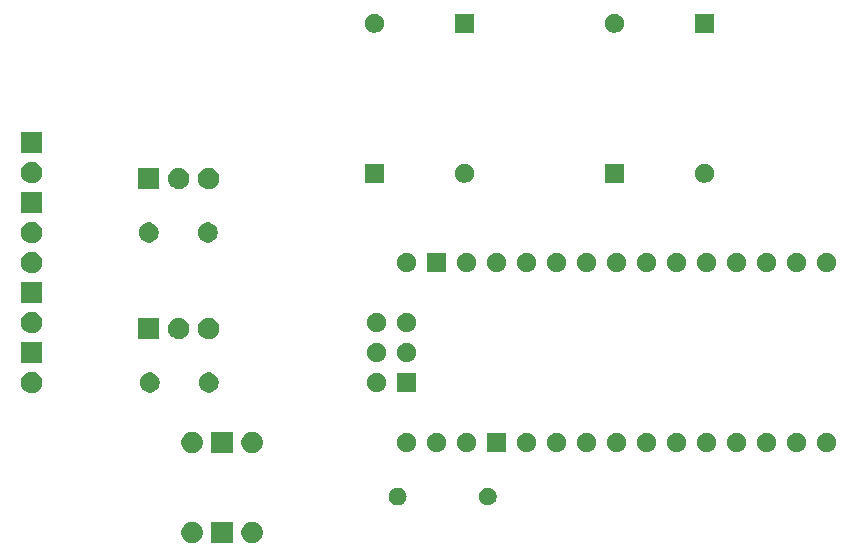
<source format=gbr>
G04 #@! TF.GenerationSoftware,KiCad,Pcbnew,(5.0.2)-1*
G04 #@! TF.CreationDate,2019-04-12T09:41:04-04:00*
G04 #@! TF.ProjectId,CAT Controller,43415420-436f-46e7-9472-6f6c6c65722e,rev?*
G04 #@! TF.SameCoordinates,Original*
G04 #@! TF.FileFunction,Soldermask,Bot*
G04 #@! TF.FilePolarity,Negative*
%FSLAX46Y46*%
G04 Gerber Fmt 4.6, Leading zero omitted, Abs format (unit mm)*
G04 Created by KiCad (PCBNEW (5.0.2)-1) date 4/12/2019 9:41:04 AM*
%MOMM*%
%LPD*%
G01*
G04 APERTURE LIST*
%ADD10C,0.100000*%
G04 APERTURE END LIST*
D10*
G36*
X79833993Y-74051206D02*
X79892075Y-74062759D01*
X79940149Y-74082672D01*
X80056210Y-74130746D01*
X80203931Y-74229450D01*
X80329550Y-74355069D01*
X80428254Y-74502790D01*
X80496241Y-74666926D01*
X80530900Y-74841169D01*
X80530900Y-75018831D01*
X80496241Y-75193074D01*
X80428254Y-75357210D01*
X80329550Y-75504931D01*
X80203931Y-75630550D01*
X80056210Y-75729254D01*
X79940149Y-75777328D01*
X79892075Y-75797241D01*
X79833993Y-75808794D01*
X79717831Y-75831900D01*
X79540169Y-75831900D01*
X79424007Y-75808794D01*
X79365925Y-75797241D01*
X79317851Y-75777328D01*
X79201790Y-75729254D01*
X79054069Y-75630550D01*
X78928450Y-75504931D01*
X78829746Y-75357210D01*
X78761759Y-75193074D01*
X78727100Y-75018831D01*
X78727100Y-74841169D01*
X78761759Y-74666926D01*
X78829746Y-74502790D01*
X78928450Y-74355069D01*
X79054069Y-74229450D01*
X79201790Y-74130746D01*
X79317851Y-74082672D01*
X79365925Y-74062759D01*
X79424007Y-74051206D01*
X79540169Y-74028100D01*
X79717831Y-74028100D01*
X79833993Y-74051206D01*
X79833993Y-74051206D01*
G37*
G36*
X77990900Y-75831900D02*
X76187100Y-75831900D01*
X76187100Y-74028100D01*
X77990900Y-74028100D01*
X77990900Y-75831900D01*
X77990900Y-75831900D01*
G37*
G36*
X74753993Y-74051206D02*
X74812075Y-74062759D01*
X74860149Y-74082672D01*
X74976210Y-74130746D01*
X75123931Y-74229450D01*
X75249550Y-74355069D01*
X75348254Y-74502790D01*
X75416241Y-74666926D01*
X75450900Y-74841169D01*
X75450900Y-75018831D01*
X75416241Y-75193074D01*
X75348254Y-75357210D01*
X75249550Y-75504931D01*
X75123931Y-75630550D01*
X74976210Y-75729254D01*
X74860149Y-75777328D01*
X74812075Y-75797241D01*
X74753993Y-75808794D01*
X74637831Y-75831900D01*
X74460169Y-75831900D01*
X74344007Y-75808794D01*
X74285925Y-75797241D01*
X74237851Y-75777328D01*
X74121790Y-75729254D01*
X73974069Y-75630550D01*
X73848450Y-75504931D01*
X73749746Y-75357210D01*
X73681759Y-75193074D01*
X73647100Y-75018831D01*
X73647100Y-74841169D01*
X73681759Y-74666926D01*
X73749746Y-74502790D01*
X73848450Y-74355069D01*
X73974069Y-74229450D01*
X74121790Y-74130746D01*
X74237851Y-74082672D01*
X74285925Y-74062759D01*
X74344007Y-74051206D01*
X74460169Y-74028100D01*
X74637831Y-74028100D01*
X74753993Y-74051206D01*
X74753993Y-74051206D01*
G37*
G36*
X92021665Y-71134622D02*
X92095222Y-71141867D01*
X92236786Y-71184810D01*
X92367252Y-71254546D01*
X92481606Y-71348394D01*
X92575454Y-71462748D01*
X92645190Y-71593214D01*
X92688133Y-71734778D01*
X92702633Y-71882000D01*
X92688133Y-72029222D01*
X92645190Y-72170786D01*
X92575454Y-72301252D01*
X92481606Y-72415606D01*
X92367252Y-72509454D01*
X92236786Y-72579190D01*
X92095222Y-72622133D01*
X92021665Y-72629378D01*
X91984888Y-72633000D01*
X91911112Y-72633000D01*
X91874335Y-72629378D01*
X91800778Y-72622133D01*
X91659214Y-72579190D01*
X91528748Y-72509454D01*
X91414394Y-72415606D01*
X91320546Y-72301252D01*
X91250810Y-72170786D01*
X91207867Y-72029222D01*
X91193367Y-71882000D01*
X91207867Y-71734778D01*
X91250810Y-71593214D01*
X91320546Y-71462748D01*
X91414394Y-71348394D01*
X91528748Y-71254546D01*
X91659214Y-71184810D01*
X91800778Y-71141867D01*
X91874335Y-71134622D01*
X91911112Y-71131000D01*
X91984888Y-71131000D01*
X92021665Y-71134622D01*
X92021665Y-71134622D01*
G37*
G36*
X99696600Y-71141867D02*
X99787059Y-71159860D01*
X99923732Y-71216472D01*
X99980715Y-71254547D01*
X100046738Y-71298662D01*
X100151338Y-71403262D01*
X100151340Y-71403265D01*
X100233528Y-71526268D01*
X100290140Y-71662941D01*
X100319000Y-71808033D01*
X100319000Y-71955967D01*
X100290140Y-72101059D01*
X100233528Y-72237732D01*
X100152446Y-72359079D01*
X100151338Y-72360738D01*
X100046738Y-72465338D01*
X100046735Y-72465340D01*
X99923732Y-72547528D01*
X99787059Y-72604140D01*
X99700004Y-72621456D01*
X99641969Y-72633000D01*
X99494031Y-72633000D01*
X99435996Y-72621456D01*
X99348941Y-72604140D01*
X99212268Y-72547528D01*
X99089265Y-72465340D01*
X99089262Y-72465338D01*
X98984662Y-72360738D01*
X98983554Y-72359079D01*
X98902472Y-72237732D01*
X98845860Y-72101059D01*
X98817000Y-71955967D01*
X98817000Y-71808033D01*
X98845860Y-71662941D01*
X98902472Y-71526268D01*
X98984660Y-71403265D01*
X98984662Y-71403262D01*
X99089262Y-71298662D01*
X99155285Y-71254547D01*
X99212268Y-71216472D01*
X99348941Y-71159860D01*
X99439400Y-71141867D01*
X99494031Y-71131000D01*
X99641969Y-71131000D01*
X99696600Y-71141867D01*
X99696600Y-71141867D01*
G37*
G36*
X79833993Y-66431206D02*
X79892075Y-66442759D01*
X79940149Y-66462672D01*
X80056210Y-66510746D01*
X80203931Y-66609450D01*
X80329550Y-66735069D01*
X80428254Y-66882790D01*
X80496241Y-67046926D01*
X80530900Y-67221169D01*
X80530900Y-67398831D01*
X80496241Y-67573074D01*
X80428254Y-67737210D01*
X80329550Y-67884931D01*
X80203931Y-68010550D01*
X80056210Y-68109254D01*
X79940149Y-68157328D01*
X79892075Y-68177241D01*
X79833993Y-68188794D01*
X79717831Y-68211900D01*
X79540169Y-68211900D01*
X79424007Y-68188794D01*
X79365925Y-68177241D01*
X79317851Y-68157328D01*
X79201790Y-68109254D01*
X79054069Y-68010550D01*
X78928450Y-67884931D01*
X78829746Y-67737210D01*
X78761759Y-67573074D01*
X78727100Y-67398831D01*
X78727100Y-67221169D01*
X78761759Y-67046926D01*
X78829746Y-66882790D01*
X78928450Y-66735069D01*
X79054069Y-66609450D01*
X79201790Y-66510746D01*
X79317851Y-66462672D01*
X79365925Y-66442759D01*
X79424007Y-66431206D01*
X79540169Y-66408100D01*
X79717831Y-66408100D01*
X79833993Y-66431206D01*
X79833993Y-66431206D01*
G37*
G36*
X74753993Y-66431206D02*
X74812075Y-66442759D01*
X74860149Y-66462672D01*
X74976210Y-66510746D01*
X75123931Y-66609450D01*
X75249550Y-66735069D01*
X75348254Y-66882790D01*
X75416241Y-67046926D01*
X75450900Y-67221169D01*
X75450900Y-67398831D01*
X75416241Y-67573074D01*
X75348254Y-67737210D01*
X75249550Y-67884931D01*
X75123931Y-68010550D01*
X74976210Y-68109254D01*
X74860149Y-68157328D01*
X74812075Y-68177241D01*
X74753993Y-68188794D01*
X74637831Y-68211900D01*
X74460169Y-68211900D01*
X74344007Y-68188794D01*
X74285925Y-68177241D01*
X74237851Y-68157328D01*
X74121790Y-68109254D01*
X73974069Y-68010550D01*
X73848450Y-67884931D01*
X73749746Y-67737210D01*
X73681759Y-67573074D01*
X73647100Y-67398831D01*
X73647100Y-67221169D01*
X73681759Y-67046926D01*
X73749746Y-66882790D01*
X73848450Y-66735069D01*
X73974069Y-66609450D01*
X74121790Y-66510746D01*
X74237851Y-66462672D01*
X74285925Y-66442759D01*
X74344007Y-66431206D01*
X74460169Y-66408100D01*
X74637831Y-66408100D01*
X74753993Y-66431206D01*
X74753993Y-66431206D01*
G37*
G36*
X77990900Y-68211900D02*
X76187100Y-68211900D01*
X76187100Y-66408100D01*
X77990900Y-66408100D01*
X77990900Y-68211900D01*
X77990900Y-68211900D01*
G37*
G36*
X120887142Y-66528242D02*
X121035102Y-66589530D01*
X121168258Y-66678502D01*
X121281498Y-66791742D01*
X121370470Y-66924898D01*
X121431758Y-67072858D01*
X121463000Y-67229925D01*
X121463000Y-67390075D01*
X121431758Y-67547142D01*
X121370470Y-67695102D01*
X121281498Y-67828258D01*
X121168258Y-67941498D01*
X121035102Y-68030470D01*
X120887142Y-68091758D01*
X120730075Y-68123000D01*
X120569925Y-68123000D01*
X120412858Y-68091758D01*
X120264898Y-68030470D01*
X120131742Y-67941498D01*
X120018502Y-67828258D01*
X119929530Y-67695102D01*
X119868242Y-67547142D01*
X119837000Y-67390075D01*
X119837000Y-67229925D01*
X119868242Y-67072858D01*
X119929530Y-66924898D01*
X120018502Y-66791742D01*
X120131742Y-66678502D01*
X120264898Y-66589530D01*
X120412858Y-66528242D01*
X120569925Y-66497000D01*
X120730075Y-66497000D01*
X120887142Y-66528242D01*
X120887142Y-66528242D01*
G37*
G36*
X128507142Y-66528242D02*
X128655102Y-66589530D01*
X128788258Y-66678502D01*
X128901498Y-66791742D01*
X128990470Y-66924898D01*
X129051758Y-67072858D01*
X129083000Y-67229925D01*
X129083000Y-67390075D01*
X129051758Y-67547142D01*
X128990470Y-67695102D01*
X128901498Y-67828258D01*
X128788258Y-67941498D01*
X128655102Y-68030470D01*
X128507142Y-68091758D01*
X128350075Y-68123000D01*
X128189925Y-68123000D01*
X128032858Y-68091758D01*
X127884898Y-68030470D01*
X127751742Y-67941498D01*
X127638502Y-67828258D01*
X127549530Y-67695102D01*
X127488242Y-67547142D01*
X127457000Y-67390075D01*
X127457000Y-67229925D01*
X127488242Y-67072858D01*
X127549530Y-66924898D01*
X127638502Y-66791742D01*
X127751742Y-66678502D01*
X127884898Y-66589530D01*
X128032858Y-66528242D01*
X128189925Y-66497000D01*
X128350075Y-66497000D01*
X128507142Y-66528242D01*
X128507142Y-66528242D01*
G37*
G36*
X125967142Y-66528242D02*
X126115102Y-66589530D01*
X126248258Y-66678502D01*
X126361498Y-66791742D01*
X126450470Y-66924898D01*
X126511758Y-67072858D01*
X126543000Y-67229925D01*
X126543000Y-67390075D01*
X126511758Y-67547142D01*
X126450470Y-67695102D01*
X126361498Y-67828258D01*
X126248258Y-67941498D01*
X126115102Y-68030470D01*
X125967142Y-68091758D01*
X125810075Y-68123000D01*
X125649925Y-68123000D01*
X125492858Y-68091758D01*
X125344898Y-68030470D01*
X125211742Y-67941498D01*
X125098502Y-67828258D01*
X125009530Y-67695102D01*
X124948242Y-67547142D01*
X124917000Y-67390075D01*
X124917000Y-67229925D01*
X124948242Y-67072858D01*
X125009530Y-66924898D01*
X125098502Y-66791742D01*
X125211742Y-66678502D01*
X125344898Y-66589530D01*
X125492858Y-66528242D01*
X125649925Y-66497000D01*
X125810075Y-66497000D01*
X125967142Y-66528242D01*
X125967142Y-66528242D01*
G37*
G36*
X123427142Y-66528242D02*
X123575102Y-66589530D01*
X123708258Y-66678502D01*
X123821498Y-66791742D01*
X123910470Y-66924898D01*
X123971758Y-67072858D01*
X124003000Y-67229925D01*
X124003000Y-67390075D01*
X123971758Y-67547142D01*
X123910470Y-67695102D01*
X123821498Y-67828258D01*
X123708258Y-67941498D01*
X123575102Y-68030470D01*
X123427142Y-68091758D01*
X123270075Y-68123000D01*
X123109925Y-68123000D01*
X122952858Y-68091758D01*
X122804898Y-68030470D01*
X122671742Y-67941498D01*
X122558502Y-67828258D01*
X122469530Y-67695102D01*
X122408242Y-67547142D01*
X122377000Y-67390075D01*
X122377000Y-67229925D01*
X122408242Y-67072858D01*
X122469530Y-66924898D01*
X122558502Y-66791742D01*
X122671742Y-66678502D01*
X122804898Y-66589530D01*
X122952858Y-66528242D01*
X123109925Y-66497000D01*
X123270075Y-66497000D01*
X123427142Y-66528242D01*
X123427142Y-66528242D01*
G37*
G36*
X113267142Y-66528242D02*
X113415102Y-66589530D01*
X113548258Y-66678502D01*
X113661498Y-66791742D01*
X113750470Y-66924898D01*
X113811758Y-67072858D01*
X113843000Y-67229925D01*
X113843000Y-67390075D01*
X113811758Y-67547142D01*
X113750470Y-67695102D01*
X113661498Y-67828258D01*
X113548258Y-67941498D01*
X113415102Y-68030470D01*
X113267142Y-68091758D01*
X113110075Y-68123000D01*
X112949925Y-68123000D01*
X112792858Y-68091758D01*
X112644898Y-68030470D01*
X112511742Y-67941498D01*
X112398502Y-67828258D01*
X112309530Y-67695102D01*
X112248242Y-67547142D01*
X112217000Y-67390075D01*
X112217000Y-67229925D01*
X112248242Y-67072858D01*
X112309530Y-66924898D01*
X112398502Y-66791742D01*
X112511742Y-66678502D01*
X112644898Y-66589530D01*
X112792858Y-66528242D01*
X112949925Y-66497000D01*
X113110075Y-66497000D01*
X113267142Y-66528242D01*
X113267142Y-66528242D01*
G37*
G36*
X108187142Y-66528242D02*
X108335102Y-66589530D01*
X108468258Y-66678502D01*
X108581498Y-66791742D01*
X108670470Y-66924898D01*
X108731758Y-67072858D01*
X108763000Y-67229925D01*
X108763000Y-67390075D01*
X108731758Y-67547142D01*
X108670470Y-67695102D01*
X108581498Y-67828258D01*
X108468258Y-67941498D01*
X108335102Y-68030470D01*
X108187142Y-68091758D01*
X108030075Y-68123000D01*
X107869925Y-68123000D01*
X107712858Y-68091758D01*
X107564898Y-68030470D01*
X107431742Y-67941498D01*
X107318502Y-67828258D01*
X107229530Y-67695102D01*
X107168242Y-67547142D01*
X107137000Y-67390075D01*
X107137000Y-67229925D01*
X107168242Y-67072858D01*
X107229530Y-66924898D01*
X107318502Y-66791742D01*
X107431742Y-66678502D01*
X107564898Y-66589530D01*
X107712858Y-66528242D01*
X107869925Y-66497000D01*
X108030075Y-66497000D01*
X108187142Y-66528242D01*
X108187142Y-66528242D01*
G37*
G36*
X105647142Y-66528242D02*
X105795102Y-66589530D01*
X105928258Y-66678502D01*
X106041498Y-66791742D01*
X106130470Y-66924898D01*
X106191758Y-67072858D01*
X106223000Y-67229925D01*
X106223000Y-67390075D01*
X106191758Y-67547142D01*
X106130470Y-67695102D01*
X106041498Y-67828258D01*
X105928258Y-67941498D01*
X105795102Y-68030470D01*
X105647142Y-68091758D01*
X105490075Y-68123000D01*
X105329925Y-68123000D01*
X105172858Y-68091758D01*
X105024898Y-68030470D01*
X104891742Y-67941498D01*
X104778502Y-67828258D01*
X104689530Y-67695102D01*
X104628242Y-67547142D01*
X104597000Y-67390075D01*
X104597000Y-67229925D01*
X104628242Y-67072858D01*
X104689530Y-66924898D01*
X104778502Y-66791742D01*
X104891742Y-66678502D01*
X105024898Y-66589530D01*
X105172858Y-66528242D01*
X105329925Y-66497000D01*
X105490075Y-66497000D01*
X105647142Y-66528242D01*
X105647142Y-66528242D01*
G37*
G36*
X101143000Y-68123000D02*
X99517000Y-68123000D01*
X99517000Y-66497000D01*
X101143000Y-66497000D01*
X101143000Y-68123000D01*
X101143000Y-68123000D01*
G37*
G36*
X98027142Y-66528242D02*
X98175102Y-66589530D01*
X98308258Y-66678502D01*
X98421498Y-66791742D01*
X98510470Y-66924898D01*
X98571758Y-67072858D01*
X98603000Y-67229925D01*
X98603000Y-67390075D01*
X98571758Y-67547142D01*
X98510470Y-67695102D01*
X98421498Y-67828258D01*
X98308258Y-67941498D01*
X98175102Y-68030470D01*
X98027142Y-68091758D01*
X97870075Y-68123000D01*
X97709925Y-68123000D01*
X97552858Y-68091758D01*
X97404898Y-68030470D01*
X97271742Y-67941498D01*
X97158502Y-67828258D01*
X97069530Y-67695102D01*
X97008242Y-67547142D01*
X96977000Y-67390075D01*
X96977000Y-67229925D01*
X97008242Y-67072858D01*
X97069530Y-66924898D01*
X97158502Y-66791742D01*
X97271742Y-66678502D01*
X97404898Y-66589530D01*
X97552858Y-66528242D01*
X97709925Y-66497000D01*
X97870075Y-66497000D01*
X98027142Y-66528242D01*
X98027142Y-66528242D01*
G37*
G36*
X95487142Y-66528242D02*
X95635102Y-66589530D01*
X95768258Y-66678502D01*
X95881498Y-66791742D01*
X95970470Y-66924898D01*
X96031758Y-67072858D01*
X96063000Y-67229925D01*
X96063000Y-67390075D01*
X96031758Y-67547142D01*
X95970470Y-67695102D01*
X95881498Y-67828258D01*
X95768258Y-67941498D01*
X95635102Y-68030470D01*
X95487142Y-68091758D01*
X95330075Y-68123000D01*
X95169925Y-68123000D01*
X95012858Y-68091758D01*
X94864898Y-68030470D01*
X94731742Y-67941498D01*
X94618502Y-67828258D01*
X94529530Y-67695102D01*
X94468242Y-67547142D01*
X94437000Y-67390075D01*
X94437000Y-67229925D01*
X94468242Y-67072858D01*
X94529530Y-66924898D01*
X94618502Y-66791742D01*
X94731742Y-66678502D01*
X94864898Y-66589530D01*
X95012858Y-66528242D01*
X95169925Y-66497000D01*
X95330075Y-66497000D01*
X95487142Y-66528242D01*
X95487142Y-66528242D01*
G37*
G36*
X92947142Y-66528242D02*
X93095102Y-66589530D01*
X93228258Y-66678502D01*
X93341498Y-66791742D01*
X93430470Y-66924898D01*
X93491758Y-67072858D01*
X93523000Y-67229925D01*
X93523000Y-67390075D01*
X93491758Y-67547142D01*
X93430470Y-67695102D01*
X93341498Y-67828258D01*
X93228258Y-67941498D01*
X93095102Y-68030470D01*
X92947142Y-68091758D01*
X92790075Y-68123000D01*
X92629925Y-68123000D01*
X92472858Y-68091758D01*
X92324898Y-68030470D01*
X92191742Y-67941498D01*
X92078502Y-67828258D01*
X91989530Y-67695102D01*
X91928242Y-67547142D01*
X91897000Y-67390075D01*
X91897000Y-67229925D01*
X91928242Y-67072858D01*
X91989530Y-66924898D01*
X92078502Y-66791742D01*
X92191742Y-66678502D01*
X92324898Y-66589530D01*
X92472858Y-66528242D01*
X92629925Y-66497000D01*
X92790075Y-66497000D01*
X92947142Y-66528242D01*
X92947142Y-66528242D01*
G37*
G36*
X118347142Y-66528242D02*
X118495102Y-66589530D01*
X118628258Y-66678502D01*
X118741498Y-66791742D01*
X118830470Y-66924898D01*
X118891758Y-67072858D01*
X118923000Y-67229925D01*
X118923000Y-67390075D01*
X118891758Y-67547142D01*
X118830470Y-67695102D01*
X118741498Y-67828258D01*
X118628258Y-67941498D01*
X118495102Y-68030470D01*
X118347142Y-68091758D01*
X118190075Y-68123000D01*
X118029925Y-68123000D01*
X117872858Y-68091758D01*
X117724898Y-68030470D01*
X117591742Y-67941498D01*
X117478502Y-67828258D01*
X117389530Y-67695102D01*
X117328242Y-67547142D01*
X117297000Y-67390075D01*
X117297000Y-67229925D01*
X117328242Y-67072858D01*
X117389530Y-66924898D01*
X117478502Y-66791742D01*
X117591742Y-66678502D01*
X117724898Y-66589530D01*
X117872858Y-66528242D01*
X118029925Y-66497000D01*
X118190075Y-66497000D01*
X118347142Y-66528242D01*
X118347142Y-66528242D01*
G37*
G36*
X110727142Y-66528242D02*
X110875102Y-66589530D01*
X111008258Y-66678502D01*
X111121498Y-66791742D01*
X111210470Y-66924898D01*
X111271758Y-67072858D01*
X111303000Y-67229925D01*
X111303000Y-67390075D01*
X111271758Y-67547142D01*
X111210470Y-67695102D01*
X111121498Y-67828258D01*
X111008258Y-67941498D01*
X110875102Y-68030470D01*
X110727142Y-68091758D01*
X110570075Y-68123000D01*
X110409925Y-68123000D01*
X110252858Y-68091758D01*
X110104898Y-68030470D01*
X109971742Y-67941498D01*
X109858502Y-67828258D01*
X109769530Y-67695102D01*
X109708242Y-67547142D01*
X109677000Y-67390075D01*
X109677000Y-67229925D01*
X109708242Y-67072858D01*
X109769530Y-66924898D01*
X109858502Y-66791742D01*
X109971742Y-66678502D01*
X110104898Y-66589530D01*
X110252858Y-66528242D01*
X110409925Y-66497000D01*
X110570075Y-66497000D01*
X110727142Y-66528242D01*
X110727142Y-66528242D01*
G37*
G36*
X115807142Y-66528242D02*
X115955102Y-66589530D01*
X116088258Y-66678502D01*
X116201498Y-66791742D01*
X116290470Y-66924898D01*
X116351758Y-67072858D01*
X116383000Y-67229925D01*
X116383000Y-67390075D01*
X116351758Y-67547142D01*
X116290470Y-67695102D01*
X116201498Y-67828258D01*
X116088258Y-67941498D01*
X115955102Y-68030470D01*
X115807142Y-68091758D01*
X115650075Y-68123000D01*
X115489925Y-68123000D01*
X115332858Y-68091758D01*
X115184898Y-68030470D01*
X115051742Y-67941498D01*
X114938502Y-67828258D01*
X114849530Y-67695102D01*
X114788242Y-67547142D01*
X114757000Y-67390075D01*
X114757000Y-67229925D01*
X114788242Y-67072858D01*
X114849530Y-66924898D01*
X114938502Y-66791742D01*
X115051742Y-66678502D01*
X115184898Y-66589530D01*
X115332858Y-66528242D01*
X115489925Y-66497000D01*
X115650075Y-66497000D01*
X115807142Y-66528242D01*
X115807142Y-66528242D01*
G37*
G36*
X103107142Y-66528242D02*
X103255102Y-66589530D01*
X103388258Y-66678502D01*
X103501498Y-66791742D01*
X103590470Y-66924898D01*
X103651758Y-67072858D01*
X103683000Y-67229925D01*
X103683000Y-67390075D01*
X103651758Y-67547142D01*
X103590470Y-67695102D01*
X103501498Y-67828258D01*
X103388258Y-67941498D01*
X103255102Y-68030470D01*
X103107142Y-68091758D01*
X102950075Y-68123000D01*
X102789925Y-68123000D01*
X102632858Y-68091758D01*
X102484898Y-68030470D01*
X102351742Y-67941498D01*
X102238502Y-67828258D01*
X102149530Y-67695102D01*
X102088242Y-67547142D01*
X102057000Y-67390075D01*
X102057000Y-67229925D01*
X102088242Y-67072858D01*
X102149530Y-66924898D01*
X102238502Y-66791742D01*
X102351742Y-66678502D01*
X102484898Y-66589530D01*
X102632858Y-66528242D01*
X102789925Y-66497000D01*
X102950075Y-66497000D01*
X103107142Y-66528242D01*
X103107142Y-66528242D01*
G37*
G36*
X61222812Y-61363624D02*
X61386784Y-61431544D01*
X61534354Y-61530147D01*
X61659853Y-61655646D01*
X61758456Y-61803216D01*
X61826376Y-61967188D01*
X61861000Y-62141259D01*
X61861000Y-62318741D01*
X61826376Y-62492812D01*
X61758456Y-62656784D01*
X61659853Y-62804354D01*
X61534354Y-62929853D01*
X61386784Y-63028456D01*
X61222812Y-63096376D01*
X61048741Y-63131000D01*
X60871259Y-63131000D01*
X60697188Y-63096376D01*
X60533216Y-63028456D01*
X60385646Y-62929853D01*
X60260147Y-62804354D01*
X60161544Y-62656784D01*
X60093624Y-62492812D01*
X60059000Y-62318741D01*
X60059000Y-62141259D01*
X60093624Y-61967188D01*
X60161544Y-61803216D01*
X60260147Y-61655646D01*
X60385646Y-61530147D01*
X60533216Y-61431544D01*
X60697188Y-61363624D01*
X60871259Y-61329000D01*
X61048741Y-61329000D01*
X61222812Y-61363624D01*
X61222812Y-61363624D01*
G37*
G36*
X71194228Y-61411703D02*
X71349100Y-61475853D01*
X71488481Y-61568985D01*
X71607015Y-61687519D01*
X71700147Y-61826900D01*
X71764297Y-61981772D01*
X71797000Y-62146184D01*
X71797000Y-62313816D01*
X71764297Y-62478228D01*
X71700147Y-62633100D01*
X71607015Y-62772481D01*
X71488481Y-62891015D01*
X71349100Y-62984147D01*
X71194228Y-63048297D01*
X71029816Y-63081000D01*
X70862184Y-63081000D01*
X70697772Y-63048297D01*
X70542900Y-62984147D01*
X70403519Y-62891015D01*
X70284985Y-62772481D01*
X70191853Y-62633100D01*
X70127703Y-62478228D01*
X70095000Y-62313816D01*
X70095000Y-62146184D01*
X70127703Y-61981772D01*
X70191853Y-61826900D01*
X70284985Y-61687519D01*
X70403519Y-61568985D01*
X70542900Y-61475853D01*
X70697772Y-61411703D01*
X70862184Y-61379000D01*
X71029816Y-61379000D01*
X71194228Y-61411703D01*
X71194228Y-61411703D01*
G37*
G36*
X76194228Y-61411703D02*
X76349100Y-61475853D01*
X76488481Y-61568985D01*
X76607015Y-61687519D01*
X76700147Y-61826900D01*
X76764297Y-61981772D01*
X76797000Y-62146184D01*
X76797000Y-62313816D01*
X76764297Y-62478228D01*
X76700147Y-62633100D01*
X76607015Y-62772481D01*
X76488481Y-62891015D01*
X76349100Y-62984147D01*
X76194228Y-63048297D01*
X76029816Y-63081000D01*
X75862184Y-63081000D01*
X75697772Y-63048297D01*
X75542900Y-62984147D01*
X75403519Y-62891015D01*
X75284985Y-62772481D01*
X75191853Y-62633100D01*
X75127703Y-62478228D01*
X75095000Y-62313816D01*
X75095000Y-62146184D01*
X75127703Y-61981772D01*
X75191853Y-61826900D01*
X75284985Y-61687519D01*
X75403519Y-61568985D01*
X75542900Y-61475853D01*
X75697772Y-61411703D01*
X75862184Y-61379000D01*
X76029816Y-61379000D01*
X76194228Y-61411703D01*
X76194228Y-61411703D01*
G37*
G36*
X93523000Y-63043000D02*
X91897000Y-63043000D01*
X91897000Y-61417000D01*
X93523000Y-61417000D01*
X93523000Y-63043000D01*
X93523000Y-63043000D01*
G37*
G36*
X90407142Y-61448242D02*
X90555102Y-61509530D01*
X90688258Y-61598502D01*
X90801498Y-61711742D01*
X90890470Y-61844898D01*
X90951758Y-61992858D01*
X90983000Y-62149925D01*
X90983000Y-62310075D01*
X90951758Y-62467142D01*
X90890470Y-62615102D01*
X90801498Y-62748258D01*
X90688258Y-62861498D01*
X90555102Y-62950470D01*
X90407142Y-63011758D01*
X90250075Y-63043000D01*
X90089925Y-63043000D01*
X89932858Y-63011758D01*
X89784898Y-62950470D01*
X89651742Y-62861498D01*
X89538502Y-62748258D01*
X89449530Y-62615102D01*
X89388242Y-62467142D01*
X89357000Y-62310075D01*
X89357000Y-62149925D01*
X89388242Y-61992858D01*
X89449530Y-61844898D01*
X89538502Y-61711742D01*
X89651742Y-61598502D01*
X89784898Y-61509530D01*
X89932858Y-61448242D01*
X90089925Y-61417000D01*
X90250075Y-61417000D01*
X90407142Y-61448242D01*
X90407142Y-61448242D01*
G37*
G36*
X61861000Y-60591000D02*
X60059000Y-60591000D01*
X60059000Y-58789000D01*
X61861000Y-58789000D01*
X61861000Y-60591000D01*
X61861000Y-60591000D01*
G37*
G36*
X92947142Y-58908242D02*
X93095102Y-58969530D01*
X93228258Y-59058502D01*
X93341498Y-59171742D01*
X93430470Y-59304898D01*
X93491758Y-59452858D01*
X93523000Y-59609925D01*
X93523000Y-59770075D01*
X93491758Y-59927142D01*
X93430470Y-60075102D01*
X93341498Y-60208258D01*
X93228258Y-60321498D01*
X93095102Y-60410470D01*
X92947142Y-60471758D01*
X92790075Y-60503000D01*
X92629925Y-60503000D01*
X92472858Y-60471758D01*
X92324898Y-60410470D01*
X92191742Y-60321498D01*
X92078502Y-60208258D01*
X91989530Y-60075102D01*
X91928242Y-59927142D01*
X91897000Y-59770075D01*
X91897000Y-59609925D01*
X91928242Y-59452858D01*
X91989530Y-59304898D01*
X92078502Y-59171742D01*
X92191742Y-59058502D01*
X92324898Y-58969530D01*
X92472858Y-58908242D01*
X92629925Y-58877000D01*
X92790075Y-58877000D01*
X92947142Y-58908242D01*
X92947142Y-58908242D01*
G37*
G36*
X90407142Y-58908242D02*
X90555102Y-58969530D01*
X90688258Y-59058502D01*
X90801498Y-59171742D01*
X90890470Y-59304898D01*
X90951758Y-59452858D01*
X90983000Y-59609925D01*
X90983000Y-59770075D01*
X90951758Y-59927142D01*
X90890470Y-60075102D01*
X90801498Y-60208258D01*
X90688258Y-60321498D01*
X90555102Y-60410470D01*
X90407142Y-60471758D01*
X90250075Y-60503000D01*
X90089925Y-60503000D01*
X89932858Y-60471758D01*
X89784898Y-60410470D01*
X89651742Y-60321498D01*
X89538502Y-60208258D01*
X89449530Y-60075102D01*
X89388242Y-59927142D01*
X89357000Y-59770075D01*
X89357000Y-59609925D01*
X89388242Y-59452858D01*
X89449530Y-59304898D01*
X89538502Y-59171742D01*
X89651742Y-59058502D01*
X89784898Y-58969530D01*
X89932858Y-58908242D01*
X90089925Y-58877000D01*
X90250075Y-58877000D01*
X90407142Y-58908242D01*
X90407142Y-58908242D01*
G37*
G36*
X76208812Y-56791624D02*
X76372784Y-56859544D01*
X76520354Y-56958147D01*
X76645853Y-57083646D01*
X76744456Y-57231216D01*
X76812376Y-57395188D01*
X76847000Y-57569259D01*
X76847000Y-57746741D01*
X76812376Y-57920812D01*
X76744456Y-58084784D01*
X76645853Y-58232354D01*
X76520354Y-58357853D01*
X76372784Y-58456456D01*
X76208812Y-58524376D01*
X76034741Y-58559000D01*
X75857259Y-58559000D01*
X75683188Y-58524376D01*
X75519216Y-58456456D01*
X75371646Y-58357853D01*
X75246147Y-58232354D01*
X75147544Y-58084784D01*
X75079624Y-57920812D01*
X75045000Y-57746741D01*
X75045000Y-57569259D01*
X75079624Y-57395188D01*
X75147544Y-57231216D01*
X75246147Y-57083646D01*
X75371646Y-56958147D01*
X75519216Y-56859544D01*
X75683188Y-56791624D01*
X75857259Y-56757000D01*
X76034741Y-56757000D01*
X76208812Y-56791624D01*
X76208812Y-56791624D01*
G37*
G36*
X71767000Y-58559000D02*
X69965000Y-58559000D01*
X69965000Y-56757000D01*
X71767000Y-56757000D01*
X71767000Y-58559000D01*
X71767000Y-58559000D01*
G37*
G36*
X73516443Y-56763519D02*
X73582627Y-56770037D01*
X73695853Y-56804384D01*
X73752467Y-56821557D01*
X73875252Y-56887188D01*
X73908991Y-56905222D01*
X73918294Y-56912857D01*
X74046186Y-57017814D01*
X74129448Y-57119271D01*
X74158778Y-57155009D01*
X74158779Y-57155011D01*
X74242443Y-57311533D01*
X74242443Y-57311534D01*
X74293963Y-57481373D01*
X74311359Y-57658000D01*
X74293963Y-57834627D01*
X74267819Y-57920812D01*
X74242443Y-58004467D01*
X74236077Y-58016376D01*
X74158778Y-58160991D01*
X74129448Y-58196729D01*
X74046186Y-58298186D01*
X73973480Y-58357853D01*
X73908991Y-58410778D01*
X73908989Y-58410779D01*
X73752467Y-58494443D01*
X73695853Y-58511616D01*
X73582627Y-58545963D01*
X73516443Y-58552481D01*
X73450260Y-58559000D01*
X73361740Y-58559000D01*
X73295557Y-58552481D01*
X73229373Y-58545963D01*
X73116147Y-58511616D01*
X73059533Y-58494443D01*
X72903011Y-58410779D01*
X72903009Y-58410778D01*
X72838520Y-58357853D01*
X72765814Y-58298186D01*
X72682552Y-58196729D01*
X72653222Y-58160991D01*
X72575923Y-58016376D01*
X72569557Y-58004467D01*
X72544181Y-57920812D01*
X72518037Y-57834627D01*
X72500641Y-57658000D01*
X72518037Y-57481373D01*
X72569557Y-57311534D01*
X72569557Y-57311533D01*
X72653221Y-57155011D01*
X72653222Y-57155009D01*
X72682552Y-57119271D01*
X72765814Y-57017814D01*
X72893706Y-56912857D01*
X72903009Y-56905222D01*
X72936748Y-56887188D01*
X73059533Y-56821557D01*
X73116147Y-56804384D01*
X73229373Y-56770037D01*
X73295557Y-56763519D01*
X73361740Y-56757000D01*
X73450260Y-56757000D01*
X73516443Y-56763519D01*
X73516443Y-56763519D01*
G37*
G36*
X61222812Y-56283624D02*
X61386784Y-56351544D01*
X61534354Y-56450147D01*
X61659853Y-56575646D01*
X61758456Y-56723216D01*
X61826376Y-56887188D01*
X61861000Y-57061259D01*
X61861000Y-57238741D01*
X61826376Y-57412812D01*
X61758456Y-57576784D01*
X61659853Y-57724354D01*
X61534354Y-57849853D01*
X61386784Y-57948456D01*
X61222812Y-58016376D01*
X61048741Y-58051000D01*
X60871259Y-58051000D01*
X60697188Y-58016376D01*
X60533216Y-57948456D01*
X60385646Y-57849853D01*
X60260147Y-57724354D01*
X60161544Y-57576784D01*
X60093624Y-57412812D01*
X60059000Y-57238741D01*
X60059000Y-57061259D01*
X60093624Y-56887188D01*
X60161544Y-56723216D01*
X60260147Y-56575646D01*
X60385646Y-56450147D01*
X60533216Y-56351544D01*
X60697188Y-56283624D01*
X60871259Y-56249000D01*
X61048741Y-56249000D01*
X61222812Y-56283624D01*
X61222812Y-56283624D01*
G37*
G36*
X90407142Y-56368242D02*
X90555102Y-56429530D01*
X90688258Y-56518502D01*
X90801498Y-56631742D01*
X90890470Y-56764898D01*
X90951758Y-56912858D01*
X90983000Y-57069925D01*
X90983000Y-57230075D01*
X90951758Y-57387142D01*
X90890470Y-57535102D01*
X90801498Y-57668258D01*
X90688258Y-57781498D01*
X90555102Y-57870470D01*
X90407142Y-57931758D01*
X90250075Y-57963000D01*
X90089925Y-57963000D01*
X89932858Y-57931758D01*
X89784898Y-57870470D01*
X89651742Y-57781498D01*
X89538502Y-57668258D01*
X89449530Y-57535102D01*
X89388242Y-57387142D01*
X89357000Y-57230075D01*
X89357000Y-57069925D01*
X89388242Y-56912858D01*
X89449530Y-56764898D01*
X89538502Y-56631742D01*
X89651742Y-56518502D01*
X89784898Y-56429530D01*
X89932858Y-56368242D01*
X90089925Y-56337000D01*
X90250075Y-56337000D01*
X90407142Y-56368242D01*
X90407142Y-56368242D01*
G37*
G36*
X92947142Y-56368242D02*
X93095102Y-56429530D01*
X93228258Y-56518502D01*
X93341498Y-56631742D01*
X93430470Y-56764898D01*
X93491758Y-56912858D01*
X93523000Y-57069925D01*
X93523000Y-57230075D01*
X93491758Y-57387142D01*
X93430470Y-57535102D01*
X93341498Y-57668258D01*
X93228258Y-57781498D01*
X93095102Y-57870470D01*
X92947142Y-57931758D01*
X92790075Y-57963000D01*
X92629925Y-57963000D01*
X92472858Y-57931758D01*
X92324898Y-57870470D01*
X92191742Y-57781498D01*
X92078502Y-57668258D01*
X91989530Y-57535102D01*
X91928242Y-57387142D01*
X91897000Y-57230075D01*
X91897000Y-57069925D01*
X91928242Y-56912858D01*
X91989530Y-56764898D01*
X92078502Y-56631742D01*
X92191742Y-56518502D01*
X92324898Y-56429530D01*
X92472858Y-56368242D01*
X92629925Y-56337000D01*
X92790075Y-56337000D01*
X92947142Y-56368242D01*
X92947142Y-56368242D01*
G37*
G36*
X61861000Y-55511000D02*
X60059000Y-55511000D01*
X60059000Y-53709000D01*
X61861000Y-53709000D01*
X61861000Y-55511000D01*
X61861000Y-55511000D01*
G37*
G36*
X61222812Y-51203624D02*
X61386784Y-51271544D01*
X61534354Y-51370147D01*
X61659853Y-51495646D01*
X61758456Y-51643216D01*
X61826376Y-51807188D01*
X61861000Y-51981259D01*
X61861000Y-52158741D01*
X61826376Y-52332812D01*
X61758456Y-52496784D01*
X61659853Y-52644354D01*
X61534354Y-52769853D01*
X61386784Y-52868456D01*
X61222812Y-52936376D01*
X61048741Y-52971000D01*
X60871259Y-52971000D01*
X60697188Y-52936376D01*
X60533216Y-52868456D01*
X60385646Y-52769853D01*
X60260147Y-52644354D01*
X60161544Y-52496784D01*
X60093624Y-52332812D01*
X60059000Y-52158741D01*
X60059000Y-51981259D01*
X60093624Y-51807188D01*
X60161544Y-51643216D01*
X60260147Y-51495646D01*
X60385646Y-51370147D01*
X60533216Y-51271544D01*
X60697188Y-51203624D01*
X60871259Y-51169000D01*
X61048741Y-51169000D01*
X61222812Y-51203624D01*
X61222812Y-51203624D01*
G37*
G36*
X120887142Y-51288242D02*
X121035102Y-51349530D01*
X121168258Y-51438502D01*
X121281498Y-51551742D01*
X121370470Y-51684898D01*
X121431758Y-51832858D01*
X121463000Y-51989925D01*
X121463000Y-52150075D01*
X121431758Y-52307142D01*
X121370470Y-52455102D01*
X121281498Y-52588258D01*
X121168258Y-52701498D01*
X121035102Y-52790470D01*
X120887142Y-52851758D01*
X120730075Y-52883000D01*
X120569925Y-52883000D01*
X120412858Y-52851758D01*
X120264898Y-52790470D01*
X120131742Y-52701498D01*
X120018502Y-52588258D01*
X119929530Y-52455102D01*
X119868242Y-52307142D01*
X119837000Y-52150075D01*
X119837000Y-51989925D01*
X119868242Y-51832858D01*
X119929530Y-51684898D01*
X120018502Y-51551742D01*
X120131742Y-51438502D01*
X120264898Y-51349530D01*
X120412858Y-51288242D01*
X120569925Y-51257000D01*
X120730075Y-51257000D01*
X120887142Y-51288242D01*
X120887142Y-51288242D01*
G37*
G36*
X123427142Y-51288242D02*
X123575102Y-51349530D01*
X123708258Y-51438502D01*
X123821498Y-51551742D01*
X123910470Y-51684898D01*
X123971758Y-51832858D01*
X124003000Y-51989925D01*
X124003000Y-52150075D01*
X123971758Y-52307142D01*
X123910470Y-52455102D01*
X123821498Y-52588258D01*
X123708258Y-52701498D01*
X123575102Y-52790470D01*
X123427142Y-52851758D01*
X123270075Y-52883000D01*
X123109925Y-52883000D01*
X122952858Y-52851758D01*
X122804898Y-52790470D01*
X122671742Y-52701498D01*
X122558502Y-52588258D01*
X122469530Y-52455102D01*
X122408242Y-52307142D01*
X122377000Y-52150075D01*
X122377000Y-51989925D01*
X122408242Y-51832858D01*
X122469530Y-51684898D01*
X122558502Y-51551742D01*
X122671742Y-51438502D01*
X122804898Y-51349530D01*
X122952858Y-51288242D01*
X123109925Y-51257000D01*
X123270075Y-51257000D01*
X123427142Y-51288242D01*
X123427142Y-51288242D01*
G37*
G36*
X125967142Y-51288242D02*
X126115102Y-51349530D01*
X126248258Y-51438502D01*
X126361498Y-51551742D01*
X126450470Y-51684898D01*
X126511758Y-51832858D01*
X126543000Y-51989925D01*
X126543000Y-52150075D01*
X126511758Y-52307142D01*
X126450470Y-52455102D01*
X126361498Y-52588258D01*
X126248258Y-52701498D01*
X126115102Y-52790470D01*
X125967142Y-52851758D01*
X125810075Y-52883000D01*
X125649925Y-52883000D01*
X125492858Y-52851758D01*
X125344898Y-52790470D01*
X125211742Y-52701498D01*
X125098502Y-52588258D01*
X125009530Y-52455102D01*
X124948242Y-52307142D01*
X124917000Y-52150075D01*
X124917000Y-51989925D01*
X124948242Y-51832858D01*
X125009530Y-51684898D01*
X125098502Y-51551742D01*
X125211742Y-51438502D01*
X125344898Y-51349530D01*
X125492858Y-51288242D01*
X125649925Y-51257000D01*
X125810075Y-51257000D01*
X125967142Y-51288242D01*
X125967142Y-51288242D01*
G37*
G36*
X128507142Y-51288242D02*
X128655102Y-51349530D01*
X128788258Y-51438502D01*
X128901498Y-51551742D01*
X128990470Y-51684898D01*
X129051758Y-51832858D01*
X129083000Y-51989925D01*
X129083000Y-52150075D01*
X129051758Y-52307142D01*
X128990470Y-52455102D01*
X128901498Y-52588258D01*
X128788258Y-52701498D01*
X128655102Y-52790470D01*
X128507142Y-52851758D01*
X128350075Y-52883000D01*
X128189925Y-52883000D01*
X128032858Y-52851758D01*
X127884898Y-52790470D01*
X127751742Y-52701498D01*
X127638502Y-52588258D01*
X127549530Y-52455102D01*
X127488242Y-52307142D01*
X127457000Y-52150075D01*
X127457000Y-51989925D01*
X127488242Y-51832858D01*
X127549530Y-51684898D01*
X127638502Y-51551742D01*
X127751742Y-51438502D01*
X127884898Y-51349530D01*
X128032858Y-51288242D01*
X128189925Y-51257000D01*
X128350075Y-51257000D01*
X128507142Y-51288242D01*
X128507142Y-51288242D01*
G37*
G36*
X115807142Y-51288242D02*
X115955102Y-51349530D01*
X116088258Y-51438502D01*
X116201498Y-51551742D01*
X116290470Y-51684898D01*
X116351758Y-51832858D01*
X116383000Y-51989925D01*
X116383000Y-52150075D01*
X116351758Y-52307142D01*
X116290470Y-52455102D01*
X116201498Y-52588258D01*
X116088258Y-52701498D01*
X115955102Y-52790470D01*
X115807142Y-52851758D01*
X115650075Y-52883000D01*
X115489925Y-52883000D01*
X115332858Y-52851758D01*
X115184898Y-52790470D01*
X115051742Y-52701498D01*
X114938502Y-52588258D01*
X114849530Y-52455102D01*
X114788242Y-52307142D01*
X114757000Y-52150075D01*
X114757000Y-51989925D01*
X114788242Y-51832858D01*
X114849530Y-51684898D01*
X114938502Y-51551742D01*
X115051742Y-51438502D01*
X115184898Y-51349530D01*
X115332858Y-51288242D01*
X115489925Y-51257000D01*
X115650075Y-51257000D01*
X115807142Y-51288242D01*
X115807142Y-51288242D01*
G37*
G36*
X92947142Y-51288242D02*
X93095102Y-51349530D01*
X93228258Y-51438502D01*
X93341498Y-51551742D01*
X93430470Y-51684898D01*
X93491758Y-51832858D01*
X93523000Y-51989925D01*
X93523000Y-52150075D01*
X93491758Y-52307142D01*
X93430470Y-52455102D01*
X93341498Y-52588258D01*
X93228258Y-52701498D01*
X93095102Y-52790470D01*
X92947142Y-52851758D01*
X92790075Y-52883000D01*
X92629925Y-52883000D01*
X92472858Y-52851758D01*
X92324898Y-52790470D01*
X92191742Y-52701498D01*
X92078502Y-52588258D01*
X91989530Y-52455102D01*
X91928242Y-52307142D01*
X91897000Y-52150075D01*
X91897000Y-51989925D01*
X91928242Y-51832858D01*
X91989530Y-51684898D01*
X92078502Y-51551742D01*
X92191742Y-51438502D01*
X92324898Y-51349530D01*
X92472858Y-51288242D01*
X92629925Y-51257000D01*
X92790075Y-51257000D01*
X92947142Y-51288242D01*
X92947142Y-51288242D01*
G37*
G36*
X96063000Y-52883000D02*
X94437000Y-52883000D01*
X94437000Y-51257000D01*
X96063000Y-51257000D01*
X96063000Y-52883000D01*
X96063000Y-52883000D01*
G37*
G36*
X100567142Y-51288242D02*
X100715102Y-51349530D01*
X100848258Y-51438502D01*
X100961498Y-51551742D01*
X101050470Y-51684898D01*
X101111758Y-51832858D01*
X101143000Y-51989925D01*
X101143000Y-52150075D01*
X101111758Y-52307142D01*
X101050470Y-52455102D01*
X100961498Y-52588258D01*
X100848258Y-52701498D01*
X100715102Y-52790470D01*
X100567142Y-52851758D01*
X100410075Y-52883000D01*
X100249925Y-52883000D01*
X100092858Y-52851758D01*
X99944898Y-52790470D01*
X99811742Y-52701498D01*
X99698502Y-52588258D01*
X99609530Y-52455102D01*
X99548242Y-52307142D01*
X99517000Y-52150075D01*
X99517000Y-51989925D01*
X99548242Y-51832858D01*
X99609530Y-51684898D01*
X99698502Y-51551742D01*
X99811742Y-51438502D01*
X99944898Y-51349530D01*
X100092858Y-51288242D01*
X100249925Y-51257000D01*
X100410075Y-51257000D01*
X100567142Y-51288242D01*
X100567142Y-51288242D01*
G37*
G36*
X105647142Y-51288242D02*
X105795102Y-51349530D01*
X105928258Y-51438502D01*
X106041498Y-51551742D01*
X106130470Y-51684898D01*
X106191758Y-51832858D01*
X106223000Y-51989925D01*
X106223000Y-52150075D01*
X106191758Y-52307142D01*
X106130470Y-52455102D01*
X106041498Y-52588258D01*
X105928258Y-52701498D01*
X105795102Y-52790470D01*
X105647142Y-52851758D01*
X105490075Y-52883000D01*
X105329925Y-52883000D01*
X105172858Y-52851758D01*
X105024898Y-52790470D01*
X104891742Y-52701498D01*
X104778502Y-52588258D01*
X104689530Y-52455102D01*
X104628242Y-52307142D01*
X104597000Y-52150075D01*
X104597000Y-51989925D01*
X104628242Y-51832858D01*
X104689530Y-51684898D01*
X104778502Y-51551742D01*
X104891742Y-51438502D01*
X105024898Y-51349530D01*
X105172858Y-51288242D01*
X105329925Y-51257000D01*
X105490075Y-51257000D01*
X105647142Y-51288242D01*
X105647142Y-51288242D01*
G37*
G36*
X108187142Y-51288242D02*
X108335102Y-51349530D01*
X108468258Y-51438502D01*
X108581498Y-51551742D01*
X108670470Y-51684898D01*
X108731758Y-51832858D01*
X108763000Y-51989925D01*
X108763000Y-52150075D01*
X108731758Y-52307142D01*
X108670470Y-52455102D01*
X108581498Y-52588258D01*
X108468258Y-52701498D01*
X108335102Y-52790470D01*
X108187142Y-52851758D01*
X108030075Y-52883000D01*
X107869925Y-52883000D01*
X107712858Y-52851758D01*
X107564898Y-52790470D01*
X107431742Y-52701498D01*
X107318502Y-52588258D01*
X107229530Y-52455102D01*
X107168242Y-52307142D01*
X107137000Y-52150075D01*
X107137000Y-51989925D01*
X107168242Y-51832858D01*
X107229530Y-51684898D01*
X107318502Y-51551742D01*
X107431742Y-51438502D01*
X107564898Y-51349530D01*
X107712858Y-51288242D01*
X107869925Y-51257000D01*
X108030075Y-51257000D01*
X108187142Y-51288242D01*
X108187142Y-51288242D01*
G37*
G36*
X103107142Y-51288242D02*
X103255102Y-51349530D01*
X103388258Y-51438502D01*
X103501498Y-51551742D01*
X103590470Y-51684898D01*
X103651758Y-51832858D01*
X103683000Y-51989925D01*
X103683000Y-52150075D01*
X103651758Y-52307142D01*
X103590470Y-52455102D01*
X103501498Y-52588258D01*
X103388258Y-52701498D01*
X103255102Y-52790470D01*
X103107142Y-52851758D01*
X102950075Y-52883000D01*
X102789925Y-52883000D01*
X102632858Y-52851758D01*
X102484898Y-52790470D01*
X102351742Y-52701498D01*
X102238502Y-52588258D01*
X102149530Y-52455102D01*
X102088242Y-52307142D01*
X102057000Y-52150075D01*
X102057000Y-51989925D01*
X102088242Y-51832858D01*
X102149530Y-51684898D01*
X102238502Y-51551742D01*
X102351742Y-51438502D01*
X102484898Y-51349530D01*
X102632858Y-51288242D01*
X102789925Y-51257000D01*
X102950075Y-51257000D01*
X103107142Y-51288242D01*
X103107142Y-51288242D01*
G37*
G36*
X118347142Y-51288242D02*
X118495102Y-51349530D01*
X118628258Y-51438502D01*
X118741498Y-51551742D01*
X118830470Y-51684898D01*
X118891758Y-51832858D01*
X118923000Y-51989925D01*
X118923000Y-52150075D01*
X118891758Y-52307142D01*
X118830470Y-52455102D01*
X118741498Y-52588258D01*
X118628258Y-52701498D01*
X118495102Y-52790470D01*
X118347142Y-52851758D01*
X118190075Y-52883000D01*
X118029925Y-52883000D01*
X117872858Y-52851758D01*
X117724898Y-52790470D01*
X117591742Y-52701498D01*
X117478502Y-52588258D01*
X117389530Y-52455102D01*
X117328242Y-52307142D01*
X117297000Y-52150075D01*
X117297000Y-51989925D01*
X117328242Y-51832858D01*
X117389530Y-51684898D01*
X117478502Y-51551742D01*
X117591742Y-51438502D01*
X117724898Y-51349530D01*
X117872858Y-51288242D01*
X118029925Y-51257000D01*
X118190075Y-51257000D01*
X118347142Y-51288242D01*
X118347142Y-51288242D01*
G37*
G36*
X113267142Y-51288242D02*
X113415102Y-51349530D01*
X113548258Y-51438502D01*
X113661498Y-51551742D01*
X113750470Y-51684898D01*
X113811758Y-51832858D01*
X113843000Y-51989925D01*
X113843000Y-52150075D01*
X113811758Y-52307142D01*
X113750470Y-52455102D01*
X113661498Y-52588258D01*
X113548258Y-52701498D01*
X113415102Y-52790470D01*
X113267142Y-52851758D01*
X113110075Y-52883000D01*
X112949925Y-52883000D01*
X112792858Y-52851758D01*
X112644898Y-52790470D01*
X112511742Y-52701498D01*
X112398502Y-52588258D01*
X112309530Y-52455102D01*
X112248242Y-52307142D01*
X112217000Y-52150075D01*
X112217000Y-51989925D01*
X112248242Y-51832858D01*
X112309530Y-51684898D01*
X112398502Y-51551742D01*
X112511742Y-51438502D01*
X112644898Y-51349530D01*
X112792858Y-51288242D01*
X112949925Y-51257000D01*
X113110075Y-51257000D01*
X113267142Y-51288242D01*
X113267142Y-51288242D01*
G37*
G36*
X110727142Y-51288242D02*
X110875102Y-51349530D01*
X111008258Y-51438502D01*
X111121498Y-51551742D01*
X111210470Y-51684898D01*
X111271758Y-51832858D01*
X111303000Y-51989925D01*
X111303000Y-52150075D01*
X111271758Y-52307142D01*
X111210470Y-52455102D01*
X111121498Y-52588258D01*
X111008258Y-52701498D01*
X110875102Y-52790470D01*
X110727142Y-52851758D01*
X110570075Y-52883000D01*
X110409925Y-52883000D01*
X110252858Y-52851758D01*
X110104898Y-52790470D01*
X109971742Y-52701498D01*
X109858502Y-52588258D01*
X109769530Y-52455102D01*
X109708242Y-52307142D01*
X109677000Y-52150075D01*
X109677000Y-51989925D01*
X109708242Y-51832858D01*
X109769530Y-51684898D01*
X109858502Y-51551742D01*
X109971742Y-51438502D01*
X110104898Y-51349530D01*
X110252858Y-51288242D01*
X110409925Y-51257000D01*
X110570075Y-51257000D01*
X110727142Y-51288242D01*
X110727142Y-51288242D01*
G37*
G36*
X98027142Y-51288242D02*
X98175102Y-51349530D01*
X98308258Y-51438502D01*
X98421498Y-51551742D01*
X98510470Y-51684898D01*
X98571758Y-51832858D01*
X98603000Y-51989925D01*
X98603000Y-52150075D01*
X98571758Y-52307142D01*
X98510470Y-52455102D01*
X98421498Y-52588258D01*
X98308258Y-52701498D01*
X98175102Y-52790470D01*
X98027142Y-52851758D01*
X97870075Y-52883000D01*
X97709925Y-52883000D01*
X97552858Y-52851758D01*
X97404898Y-52790470D01*
X97271742Y-52701498D01*
X97158502Y-52588258D01*
X97069530Y-52455102D01*
X97008242Y-52307142D01*
X96977000Y-52150075D01*
X96977000Y-51989925D01*
X97008242Y-51832858D01*
X97069530Y-51684898D01*
X97158502Y-51551742D01*
X97271742Y-51438502D01*
X97404898Y-51349530D01*
X97552858Y-51288242D01*
X97709925Y-51257000D01*
X97870075Y-51257000D01*
X98027142Y-51288242D01*
X98027142Y-51288242D01*
G37*
G36*
X61222812Y-48663624D02*
X61386784Y-48731544D01*
X61534354Y-48830147D01*
X61659853Y-48955646D01*
X61758456Y-49103216D01*
X61826376Y-49267188D01*
X61861000Y-49441259D01*
X61861000Y-49618741D01*
X61826376Y-49792812D01*
X61758456Y-49956784D01*
X61659853Y-50104354D01*
X61534354Y-50229853D01*
X61386784Y-50328456D01*
X61222812Y-50396376D01*
X61048741Y-50431000D01*
X60871259Y-50431000D01*
X60697188Y-50396376D01*
X60533216Y-50328456D01*
X60385646Y-50229853D01*
X60260147Y-50104354D01*
X60161544Y-49956784D01*
X60093624Y-49792812D01*
X60059000Y-49618741D01*
X60059000Y-49441259D01*
X60093624Y-49267188D01*
X60161544Y-49103216D01*
X60260147Y-48955646D01*
X60385646Y-48830147D01*
X60533216Y-48731544D01*
X60697188Y-48663624D01*
X60871259Y-48629000D01*
X61048741Y-48629000D01*
X61222812Y-48663624D01*
X61222812Y-48663624D01*
G37*
G36*
X71114228Y-48711703D02*
X71269100Y-48775853D01*
X71408481Y-48868985D01*
X71527015Y-48987519D01*
X71620147Y-49126900D01*
X71684297Y-49281772D01*
X71717000Y-49446184D01*
X71717000Y-49613816D01*
X71684297Y-49778228D01*
X71620147Y-49933100D01*
X71527015Y-50072481D01*
X71408481Y-50191015D01*
X71269100Y-50284147D01*
X71114228Y-50348297D01*
X70949816Y-50381000D01*
X70782184Y-50381000D01*
X70617772Y-50348297D01*
X70462900Y-50284147D01*
X70323519Y-50191015D01*
X70204985Y-50072481D01*
X70111853Y-49933100D01*
X70047703Y-49778228D01*
X70015000Y-49613816D01*
X70015000Y-49446184D01*
X70047703Y-49281772D01*
X70111853Y-49126900D01*
X70204985Y-48987519D01*
X70323519Y-48868985D01*
X70462900Y-48775853D01*
X70617772Y-48711703D01*
X70782184Y-48679000D01*
X70949816Y-48679000D01*
X71114228Y-48711703D01*
X71114228Y-48711703D01*
G37*
G36*
X76114228Y-48711703D02*
X76269100Y-48775853D01*
X76408481Y-48868985D01*
X76527015Y-48987519D01*
X76620147Y-49126900D01*
X76684297Y-49281772D01*
X76717000Y-49446184D01*
X76717000Y-49613816D01*
X76684297Y-49778228D01*
X76620147Y-49933100D01*
X76527015Y-50072481D01*
X76408481Y-50191015D01*
X76269100Y-50284147D01*
X76114228Y-50348297D01*
X75949816Y-50381000D01*
X75782184Y-50381000D01*
X75617772Y-50348297D01*
X75462900Y-50284147D01*
X75323519Y-50191015D01*
X75204985Y-50072481D01*
X75111853Y-49933100D01*
X75047703Y-49778228D01*
X75015000Y-49613816D01*
X75015000Y-49446184D01*
X75047703Y-49281772D01*
X75111853Y-49126900D01*
X75204985Y-48987519D01*
X75323519Y-48868985D01*
X75462900Y-48775853D01*
X75617772Y-48711703D01*
X75782184Y-48679000D01*
X75949816Y-48679000D01*
X76114228Y-48711703D01*
X76114228Y-48711703D01*
G37*
G36*
X61861000Y-47891000D02*
X60059000Y-47891000D01*
X60059000Y-46089000D01*
X61861000Y-46089000D01*
X61861000Y-47891000D01*
X61861000Y-47891000D01*
G37*
G36*
X73516443Y-44063519D02*
X73582627Y-44070037D01*
X73695853Y-44104384D01*
X73752467Y-44121557D01*
X73875252Y-44187188D01*
X73908991Y-44205222D01*
X73944729Y-44234552D01*
X74046186Y-44317814D01*
X74129448Y-44419271D01*
X74158778Y-44455009D01*
X74158779Y-44455011D01*
X74242443Y-44611533D01*
X74242443Y-44611534D01*
X74293963Y-44781373D01*
X74311359Y-44958000D01*
X74293963Y-45134627D01*
X74292690Y-45138822D01*
X74242443Y-45304467D01*
X74236077Y-45316376D01*
X74158778Y-45460991D01*
X74129448Y-45496729D01*
X74046186Y-45598186D01*
X73973480Y-45657853D01*
X73908991Y-45710778D01*
X73908989Y-45710779D01*
X73752467Y-45794443D01*
X73695853Y-45811616D01*
X73582627Y-45845963D01*
X73516443Y-45852481D01*
X73450260Y-45859000D01*
X73361740Y-45859000D01*
X73295557Y-45852481D01*
X73229373Y-45845963D01*
X73116147Y-45811616D01*
X73059533Y-45794443D01*
X72903011Y-45710779D01*
X72903009Y-45710778D01*
X72838520Y-45657853D01*
X72765814Y-45598186D01*
X72682552Y-45496729D01*
X72653222Y-45460991D01*
X72575923Y-45316376D01*
X72569557Y-45304467D01*
X72519310Y-45138822D01*
X72518037Y-45134627D01*
X72500641Y-44958000D01*
X72518037Y-44781373D01*
X72569557Y-44611534D01*
X72569557Y-44611533D01*
X72653221Y-44455011D01*
X72653222Y-44455009D01*
X72682552Y-44419271D01*
X72765814Y-44317814D01*
X72867271Y-44234552D01*
X72903009Y-44205222D01*
X72936748Y-44187188D01*
X73059533Y-44121557D01*
X73116147Y-44104384D01*
X73229373Y-44070037D01*
X73295557Y-44063519D01*
X73361740Y-44057000D01*
X73450260Y-44057000D01*
X73516443Y-44063519D01*
X73516443Y-44063519D01*
G37*
G36*
X71767000Y-45859000D02*
X69965000Y-45859000D01*
X69965000Y-44057000D01*
X71767000Y-44057000D01*
X71767000Y-45859000D01*
X71767000Y-45859000D01*
G37*
G36*
X76208812Y-44091624D02*
X76372784Y-44159544D01*
X76520354Y-44258147D01*
X76645853Y-44383646D01*
X76744456Y-44531216D01*
X76812376Y-44695188D01*
X76847000Y-44869259D01*
X76847000Y-45046741D01*
X76812376Y-45220812D01*
X76744456Y-45384784D01*
X76645853Y-45532354D01*
X76520354Y-45657853D01*
X76372784Y-45756456D01*
X76208812Y-45824376D01*
X76034741Y-45859000D01*
X75857259Y-45859000D01*
X75683188Y-45824376D01*
X75519216Y-45756456D01*
X75371646Y-45657853D01*
X75246147Y-45532354D01*
X75147544Y-45384784D01*
X75079624Y-45220812D01*
X75045000Y-45046741D01*
X75045000Y-44869259D01*
X75079624Y-44695188D01*
X75147544Y-44531216D01*
X75246147Y-44383646D01*
X75371646Y-44258147D01*
X75519216Y-44159544D01*
X75683188Y-44091624D01*
X75857259Y-44057000D01*
X76034741Y-44057000D01*
X76208812Y-44091624D01*
X76208812Y-44091624D01*
G37*
G36*
X61222812Y-43583624D02*
X61386784Y-43651544D01*
X61534354Y-43750147D01*
X61659853Y-43875646D01*
X61758456Y-44023216D01*
X61826376Y-44187188D01*
X61861000Y-44361259D01*
X61861000Y-44538741D01*
X61826376Y-44712812D01*
X61758456Y-44876784D01*
X61659853Y-45024354D01*
X61534354Y-45149853D01*
X61386784Y-45248456D01*
X61222812Y-45316376D01*
X61048741Y-45351000D01*
X60871259Y-45351000D01*
X60697188Y-45316376D01*
X60533216Y-45248456D01*
X60385646Y-45149853D01*
X60260147Y-45024354D01*
X60161544Y-44876784D01*
X60093624Y-44712812D01*
X60059000Y-44538741D01*
X60059000Y-44361259D01*
X60093624Y-44187188D01*
X60161544Y-44023216D01*
X60260147Y-43875646D01*
X60385646Y-43750147D01*
X60533216Y-43651544D01*
X60697188Y-43583624D01*
X60871259Y-43549000D01*
X61048741Y-43549000D01*
X61222812Y-43583624D01*
X61222812Y-43583624D01*
G37*
G36*
X118150638Y-43725566D02*
X118298598Y-43786854D01*
X118365626Y-43831641D01*
X118431481Y-43875643D01*
X118431754Y-43875826D01*
X118544994Y-43989066D01*
X118633966Y-44122222D01*
X118695254Y-44270182D01*
X118726496Y-44427249D01*
X118726496Y-44587399D01*
X118695254Y-44744466D01*
X118647850Y-44858907D01*
X118633967Y-44892424D01*
X118544995Y-45025581D01*
X118431753Y-45138823D01*
X118415245Y-45149853D01*
X118298598Y-45227794D01*
X118150638Y-45289082D01*
X117993571Y-45320324D01*
X117833421Y-45320324D01*
X117676354Y-45289082D01*
X117528394Y-45227794D01*
X117411747Y-45149853D01*
X117395239Y-45138823D01*
X117281997Y-45025581D01*
X117193025Y-44892424D01*
X117179142Y-44858907D01*
X117131738Y-44744466D01*
X117100496Y-44587399D01*
X117100496Y-44427249D01*
X117131738Y-44270182D01*
X117193026Y-44122222D01*
X117281998Y-43989066D01*
X117395238Y-43875826D01*
X117395512Y-43875643D01*
X117461366Y-43831641D01*
X117528394Y-43786854D01*
X117676354Y-43725566D01*
X117833421Y-43694324D01*
X117993571Y-43694324D01*
X118150638Y-43725566D01*
X118150638Y-43725566D01*
G37*
G36*
X111106496Y-45320324D02*
X109480496Y-45320324D01*
X109480496Y-43694324D01*
X111106496Y-43694324D01*
X111106496Y-45320324D01*
X111106496Y-45320324D01*
G37*
G36*
X97830638Y-43725566D02*
X97978598Y-43786854D01*
X98045626Y-43831641D01*
X98111481Y-43875643D01*
X98111754Y-43875826D01*
X98224994Y-43989066D01*
X98313966Y-44122222D01*
X98375254Y-44270182D01*
X98406496Y-44427249D01*
X98406496Y-44587399D01*
X98375254Y-44744466D01*
X98327850Y-44858907D01*
X98313967Y-44892424D01*
X98224995Y-45025581D01*
X98111753Y-45138823D01*
X98095245Y-45149853D01*
X97978598Y-45227794D01*
X97830638Y-45289082D01*
X97673571Y-45320324D01*
X97513421Y-45320324D01*
X97356354Y-45289082D01*
X97208394Y-45227794D01*
X97091747Y-45149853D01*
X97075239Y-45138823D01*
X96961997Y-45025581D01*
X96873025Y-44892424D01*
X96859142Y-44858907D01*
X96811738Y-44744466D01*
X96780496Y-44587399D01*
X96780496Y-44427249D01*
X96811738Y-44270182D01*
X96873026Y-44122222D01*
X96961998Y-43989066D01*
X97075238Y-43875826D01*
X97075512Y-43875643D01*
X97141366Y-43831641D01*
X97208394Y-43786854D01*
X97356354Y-43725566D01*
X97513421Y-43694324D01*
X97673571Y-43694324D01*
X97830638Y-43725566D01*
X97830638Y-43725566D01*
G37*
G36*
X90786496Y-45320324D02*
X89160496Y-45320324D01*
X89160496Y-43694324D01*
X90786496Y-43694324D01*
X90786496Y-45320324D01*
X90786496Y-45320324D01*
G37*
G36*
X61861000Y-42811000D02*
X60059000Y-42811000D01*
X60059000Y-41009000D01*
X61861000Y-41009000D01*
X61861000Y-42811000D01*
X61861000Y-42811000D01*
G37*
G36*
X98406496Y-32620324D02*
X96780496Y-32620324D01*
X96780496Y-30994324D01*
X98406496Y-30994324D01*
X98406496Y-32620324D01*
X98406496Y-32620324D01*
G37*
G36*
X90210638Y-31025566D02*
X90358598Y-31086854D01*
X90491754Y-31175826D01*
X90604994Y-31289066D01*
X90693966Y-31422222D01*
X90755254Y-31570182D01*
X90786496Y-31727249D01*
X90786496Y-31887399D01*
X90755254Y-32044466D01*
X90693966Y-32192426D01*
X90604994Y-32325582D01*
X90491754Y-32438822D01*
X90358598Y-32527794D01*
X90210638Y-32589082D01*
X90053571Y-32620324D01*
X89893421Y-32620324D01*
X89736354Y-32589082D01*
X89588394Y-32527794D01*
X89455238Y-32438822D01*
X89341998Y-32325582D01*
X89253026Y-32192426D01*
X89191738Y-32044466D01*
X89160496Y-31887399D01*
X89160496Y-31727249D01*
X89191738Y-31570182D01*
X89253026Y-31422222D01*
X89341998Y-31289066D01*
X89455238Y-31175826D01*
X89588394Y-31086854D01*
X89736354Y-31025566D01*
X89893421Y-30994324D01*
X90053571Y-30994324D01*
X90210638Y-31025566D01*
X90210638Y-31025566D01*
G37*
G36*
X110530638Y-31025566D02*
X110678598Y-31086854D01*
X110811754Y-31175826D01*
X110924994Y-31289066D01*
X111013966Y-31422222D01*
X111075254Y-31570182D01*
X111106496Y-31727249D01*
X111106496Y-31887399D01*
X111075254Y-32044466D01*
X111013966Y-32192426D01*
X110924994Y-32325582D01*
X110811754Y-32438822D01*
X110678598Y-32527794D01*
X110530638Y-32589082D01*
X110373571Y-32620324D01*
X110213421Y-32620324D01*
X110056354Y-32589082D01*
X109908394Y-32527794D01*
X109775238Y-32438822D01*
X109661998Y-32325582D01*
X109573026Y-32192426D01*
X109511738Y-32044466D01*
X109480496Y-31887399D01*
X109480496Y-31727249D01*
X109511738Y-31570182D01*
X109573026Y-31422222D01*
X109661998Y-31289066D01*
X109775238Y-31175826D01*
X109908394Y-31086854D01*
X110056354Y-31025566D01*
X110213421Y-30994324D01*
X110373571Y-30994324D01*
X110530638Y-31025566D01*
X110530638Y-31025566D01*
G37*
G36*
X118726496Y-32620324D02*
X117100496Y-32620324D01*
X117100496Y-30994324D01*
X118726496Y-30994324D01*
X118726496Y-32620324D01*
X118726496Y-32620324D01*
G37*
M02*

</source>
